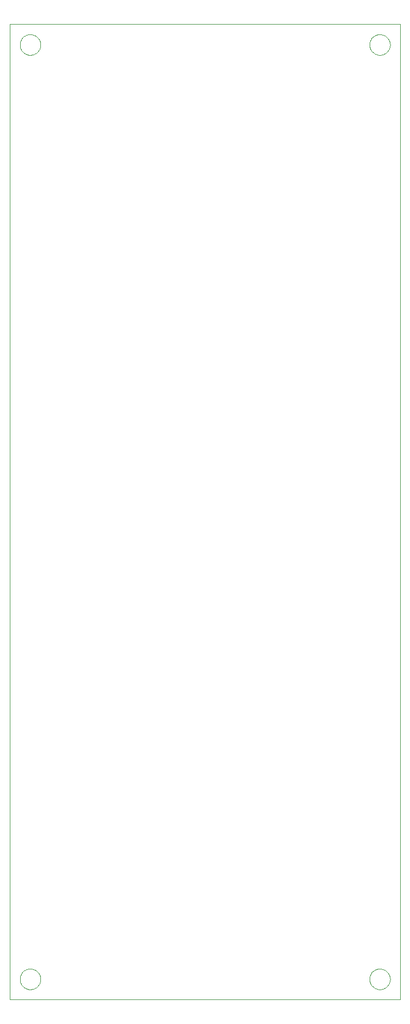
<source format=gm1>
G75*
G70*
%OFA0B0*%
%FSLAX24Y24*%
%IPPOS*%
%LPD*%
%AMOC8*
5,1,8,0,0,1.08239X$1,22.5*
%
%ADD10C,0.0000*%
D10*
X000100Y002285D02*
X000100Y061785D01*
X023975Y061785D01*
X023975Y002285D01*
X000100Y002285D01*
X000720Y003535D02*
X000722Y003585D01*
X000728Y003635D01*
X000738Y003684D01*
X000752Y003732D01*
X000769Y003779D01*
X000790Y003824D01*
X000815Y003868D01*
X000843Y003909D01*
X000875Y003948D01*
X000909Y003985D01*
X000946Y004019D01*
X000986Y004049D01*
X001028Y004076D01*
X001072Y004100D01*
X001118Y004121D01*
X001165Y004137D01*
X001213Y004150D01*
X001263Y004159D01*
X001312Y004164D01*
X001363Y004165D01*
X001413Y004162D01*
X001462Y004155D01*
X001511Y004144D01*
X001559Y004129D01*
X001605Y004111D01*
X001650Y004089D01*
X001693Y004063D01*
X001734Y004034D01*
X001773Y004002D01*
X001809Y003967D01*
X001841Y003929D01*
X001871Y003889D01*
X001898Y003846D01*
X001921Y003802D01*
X001940Y003756D01*
X001956Y003708D01*
X001968Y003659D01*
X001976Y003610D01*
X001980Y003560D01*
X001980Y003510D01*
X001976Y003460D01*
X001968Y003411D01*
X001956Y003362D01*
X001940Y003314D01*
X001921Y003268D01*
X001898Y003224D01*
X001871Y003181D01*
X001841Y003141D01*
X001809Y003103D01*
X001773Y003068D01*
X001734Y003036D01*
X001693Y003007D01*
X001650Y002981D01*
X001605Y002959D01*
X001559Y002941D01*
X001511Y002926D01*
X001462Y002915D01*
X001413Y002908D01*
X001363Y002905D01*
X001312Y002906D01*
X001263Y002911D01*
X001213Y002920D01*
X001165Y002933D01*
X001118Y002949D01*
X001072Y002970D01*
X001028Y002994D01*
X000986Y003021D01*
X000946Y003051D01*
X000909Y003085D01*
X000875Y003122D01*
X000843Y003161D01*
X000815Y003202D01*
X000790Y003246D01*
X000769Y003291D01*
X000752Y003338D01*
X000738Y003386D01*
X000728Y003435D01*
X000722Y003485D01*
X000720Y003535D01*
X000720Y060535D02*
X000722Y060585D01*
X000728Y060635D01*
X000738Y060684D01*
X000752Y060732D01*
X000769Y060779D01*
X000790Y060824D01*
X000815Y060868D01*
X000843Y060909D01*
X000875Y060948D01*
X000909Y060985D01*
X000946Y061019D01*
X000986Y061049D01*
X001028Y061076D01*
X001072Y061100D01*
X001118Y061121D01*
X001165Y061137D01*
X001213Y061150D01*
X001263Y061159D01*
X001312Y061164D01*
X001363Y061165D01*
X001413Y061162D01*
X001462Y061155D01*
X001511Y061144D01*
X001559Y061129D01*
X001605Y061111D01*
X001650Y061089D01*
X001693Y061063D01*
X001734Y061034D01*
X001773Y061002D01*
X001809Y060967D01*
X001841Y060929D01*
X001871Y060889D01*
X001898Y060846D01*
X001921Y060802D01*
X001940Y060756D01*
X001956Y060708D01*
X001968Y060659D01*
X001976Y060610D01*
X001980Y060560D01*
X001980Y060510D01*
X001976Y060460D01*
X001968Y060411D01*
X001956Y060362D01*
X001940Y060314D01*
X001921Y060268D01*
X001898Y060224D01*
X001871Y060181D01*
X001841Y060141D01*
X001809Y060103D01*
X001773Y060068D01*
X001734Y060036D01*
X001693Y060007D01*
X001650Y059981D01*
X001605Y059959D01*
X001559Y059941D01*
X001511Y059926D01*
X001462Y059915D01*
X001413Y059908D01*
X001363Y059905D01*
X001312Y059906D01*
X001263Y059911D01*
X001213Y059920D01*
X001165Y059933D01*
X001118Y059949D01*
X001072Y059970D01*
X001028Y059994D01*
X000986Y060021D01*
X000946Y060051D01*
X000909Y060085D01*
X000875Y060122D01*
X000843Y060161D01*
X000815Y060202D01*
X000790Y060246D01*
X000769Y060291D01*
X000752Y060338D01*
X000738Y060386D01*
X000728Y060435D01*
X000722Y060485D01*
X000720Y060535D01*
X022095Y060535D02*
X022097Y060585D01*
X022103Y060635D01*
X022113Y060684D01*
X022127Y060732D01*
X022144Y060779D01*
X022165Y060824D01*
X022190Y060868D01*
X022218Y060909D01*
X022250Y060948D01*
X022284Y060985D01*
X022321Y061019D01*
X022361Y061049D01*
X022403Y061076D01*
X022447Y061100D01*
X022493Y061121D01*
X022540Y061137D01*
X022588Y061150D01*
X022638Y061159D01*
X022687Y061164D01*
X022738Y061165D01*
X022788Y061162D01*
X022837Y061155D01*
X022886Y061144D01*
X022934Y061129D01*
X022980Y061111D01*
X023025Y061089D01*
X023068Y061063D01*
X023109Y061034D01*
X023148Y061002D01*
X023184Y060967D01*
X023216Y060929D01*
X023246Y060889D01*
X023273Y060846D01*
X023296Y060802D01*
X023315Y060756D01*
X023331Y060708D01*
X023343Y060659D01*
X023351Y060610D01*
X023355Y060560D01*
X023355Y060510D01*
X023351Y060460D01*
X023343Y060411D01*
X023331Y060362D01*
X023315Y060314D01*
X023296Y060268D01*
X023273Y060224D01*
X023246Y060181D01*
X023216Y060141D01*
X023184Y060103D01*
X023148Y060068D01*
X023109Y060036D01*
X023068Y060007D01*
X023025Y059981D01*
X022980Y059959D01*
X022934Y059941D01*
X022886Y059926D01*
X022837Y059915D01*
X022788Y059908D01*
X022738Y059905D01*
X022687Y059906D01*
X022638Y059911D01*
X022588Y059920D01*
X022540Y059933D01*
X022493Y059949D01*
X022447Y059970D01*
X022403Y059994D01*
X022361Y060021D01*
X022321Y060051D01*
X022284Y060085D01*
X022250Y060122D01*
X022218Y060161D01*
X022190Y060202D01*
X022165Y060246D01*
X022144Y060291D01*
X022127Y060338D01*
X022113Y060386D01*
X022103Y060435D01*
X022097Y060485D01*
X022095Y060535D01*
X022095Y003535D02*
X022097Y003585D01*
X022103Y003635D01*
X022113Y003684D01*
X022127Y003732D01*
X022144Y003779D01*
X022165Y003824D01*
X022190Y003868D01*
X022218Y003909D01*
X022250Y003948D01*
X022284Y003985D01*
X022321Y004019D01*
X022361Y004049D01*
X022403Y004076D01*
X022447Y004100D01*
X022493Y004121D01*
X022540Y004137D01*
X022588Y004150D01*
X022638Y004159D01*
X022687Y004164D01*
X022738Y004165D01*
X022788Y004162D01*
X022837Y004155D01*
X022886Y004144D01*
X022934Y004129D01*
X022980Y004111D01*
X023025Y004089D01*
X023068Y004063D01*
X023109Y004034D01*
X023148Y004002D01*
X023184Y003967D01*
X023216Y003929D01*
X023246Y003889D01*
X023273Y003846D01*
X023296Y003802D01*
X023315Y003756D01*
X023331Y003708D01*
X023343Y003659D01*
X023351Y003610D01*
X023355Y003560D01*
X023355Y003510D01*
X023351Y003460D01*
X023343Y003411D01*
X023331Y003362D01*
X023315Y003314D01*
X023296Y003268D01*
X023273Y003224D01*
X023246Y003181D01*
X023216Y003141D01*
X023184Y003103D01*
X023148Y003068D01*
X023109Y003036D01*
X023068Y003007D01*
X023025Y002981D01*
X022980Y002959D01*
X022934Y002941D01*
X022886Y002926D01*
X022837Y002915D01*
X022788Y002908D01*
X022738Y002905D01*
X022687Y002906D01*
X022638Y002911D01*
X022588Y002920D01*
X022540Y002933D01*
X022493Y002949D01*
X022447Y002970D01*
X022403Y002994D01*
X022361Y003021D01*
X022321Y003051D01*
X022284Y003085D01*
X022250Y003122D01*
X022218Y003161D01*
X022190Y003202D01*
X022165Y003246D01*
X022144Y003291D01*
X022127Y003338D01*
X022113Y003386D01*
X022103Y003435D01*
X022097Y003485D01*
X022095Y003535D01*
M02*

</source>
